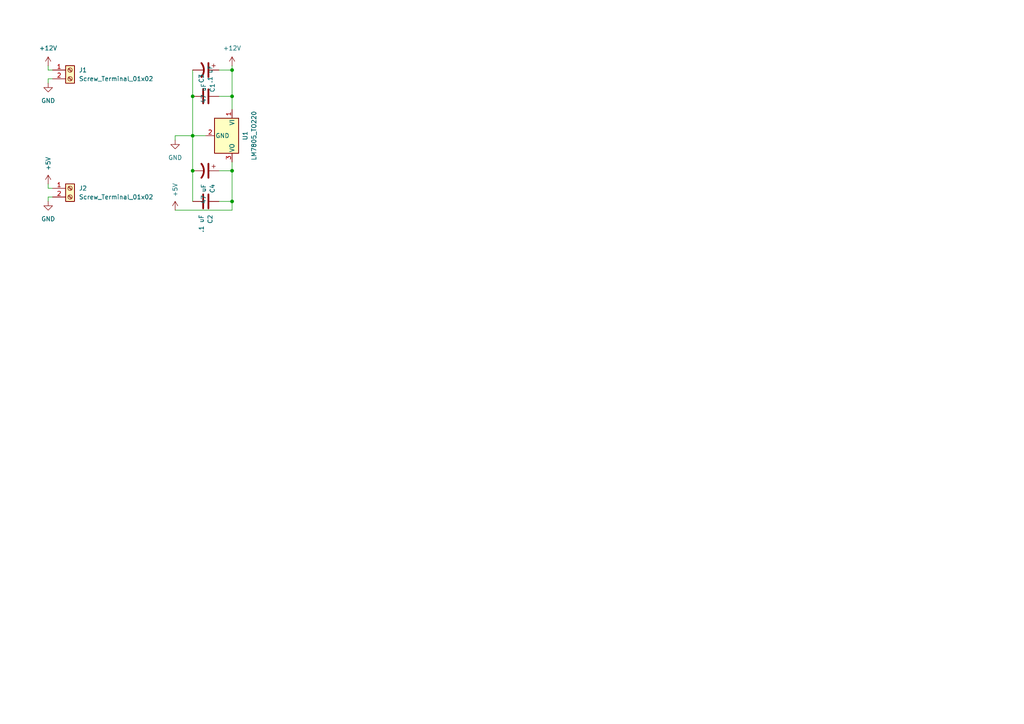
<source format=kicad_sch>
(kicad_sch (version 20250114) (generator "eeschema") (generator_version "9.0")
  (paper "A4")
  (title_block (title "12v to 5v Inverter") (date "10/6/2025") (rev "1.0.0") (company "PCR") (comment 1 "©2025, Aiden Nemec."))
  (lib_symbols
    (symbol "Connector:Screw_Terminal_01x02" (pin_names (offset 1.016) (hide yes))
      (property "Reference" "J" (at 0 2.54 0))
      (property "Value" "Screw_Terminal_01x02" (at 0 -5.08 0))
      (symbol "Screw_Terminal_01x02_1_1"
        (rectangle (start -1.27 1.27) (end 1.27 -3.81) (stroke (width 0.254)) (fill (type background)))
        (polyline (pts (xy -0.5334 0.3302) (xy 0.3302 -0.508)) (stroke (width 0.1524)))
        (polyline (pts (xy -0.5334 -2.2098) (xy 0.3302 -3.048)) (stroke (width 0.1524)))
        (polyline (pts (xy -0.3556 0.508) (xy 0.508 -0.3302)) (stroke (width 0.1524)))
        (polyline (pts (xy -0.3556 -2.032) (xy 0.508 -2.8702)) (stroke (width 0.1524)))
        (circle (center 0 0) (radius 0.635) (stroke (width 0.1524)))
        (circle (center 0 -2.54) (radius 0.635) (stroke (width 0.1524)))
        (pin passive line (at -5.08 0 0) (length 3.81) (name "Pin_1") (number "1"))
        (pin passive line (at -5.08 -2.54 0) (length 3.81) (name "Pin_2") (number "2"))
      )
    )
    (symbol "Device:C" (pin_numbers (hide yes)) (pin_names (offset 0.254))
      (property "Reference" "C" (at 0.635 2.54 0))
      (property "Value" "C" (at 0.635 -2.54 0))
      (symbol "C_0_1"
        (polyline (pts (xy -2.032 0.762) (xy 2.032 0.762)) (stroke (width 0.508)))
        (polyline (pts (xy -2.032 -0.762) (xy 2.032 -0.762)) (stroke (width 0.508)))
      )
      (symbol "C_1_1"
        (pin passive line (at 0 3.81 270) (length 2.794) (name "~") (number "1"))
        (pin passive line (at 0 -3.81 90) (length 2.794) (name "~") (number "2"))
      )
    )
    (symbol "Device:C_Polarized_US" (pin_numbers (hide yes)) (pin_names (offset 0.254) (hide yes))
      (property "Reference" "C" (at 0.635 2.54 0))
      (property "Value" "C_Polarized_US" (at 0.635 -2.54 0))
      (symbol "C_Polarized_US_0_1"
        (polyline (pts (xy -2.032 0.762) (xy 2.032 0.762)) (stroke (width 0.508)))
        (polyline (pts (xy -1.778 2.286) (xy -0.762 2.286)))
        (polyline (pts (xy -1.27 1.778) (xy -1.27 2.794)))
        (arc (start -2.032 -1.27) (mid 0 -0.5572) (end 2.032 -1.27) (stroke (width 0.508)))
      )
      (symbol "C_Polarized_US_1_1"
        (pin passive line (at 0 3.81 270) (length 2.794) (name "~") (number "1"))
        (pin passive line (at 0 -3.81 90) (length 3.302) (name "~") (number "2"))
      )
    )
    (symbol "Regulator_Linear:LM7805_TO220" (pin_names (offset 0.254))
      (property "Reference" "U" (at -3.81 3.175 0))
      (property "Value" "LM7805_TO220" (at 0 3.175 0))
      (symbol "LM7805_TO220_0_1"
        (rectangle (start -5.08 1.905) (end 5.08 -5.08) (stroke (width 0.254)) (fill (type background)))
      )
      (symbol "LM7805_TO220_1_1"
        (pin power_in line (at -7.62 0 0) (length 2.54) (name "VI") (number "1"))
        (pin power_in line (at 0 -7.62 90) (length 2.54) (name "GND") (number "2"))
        (pin power_out line (at 7.62 0 180) (length 2.54) (name "VO") (number "3"))
      )
    )
    (symbol "power:+12V" (power) (pin_numbers (hide yes)) (pin_names (offset 0) (hide yes))
      (property "Value" "+12V" (at 0 3.556 0))
      (symbol "+12V_0_1"
        (polyline (pts (xy -0.762 1.27) (xy 0 2.54)))
        (polyline (pts (xy 0 2.54) (xy 0.762 1.27)))
        (polyline (pts (xy 0 0) (xy 0 2.54)))
      )
      (symbol "+12V_1_1"
        (pin power_in line (at 0 0 90) (length 0) (name "~") (number "1"))
      )
    )
    (symbol "power:+5V" (power) (pin_numbers (hide yes)) (pin_names (offset 0) (hide yes))
      (property "Value" "+5V" (at 0 3.556 0))
      (symbol "+5V_0_1"
        (polyline (pts (xy -0.762 1.27) (xy 0 2.54)))
        (polyline (pts (xy 0 2.54) (xy 0.762 1.27)))
        (polyline (pts (xy 0 0) (xy 0 2.54)))
      )
      (symbol "+5V_1_1"
        (pin power_in line (at 0 0 90) (length 0) (name "~") (number "1"))
      )
    )
    (symbol "power:GND" (power) (pin_numbers (hide yes)) (pin_names (offset 0) (hide yes))
      (property "Value" "GND" (at 0 -3.81 0))
      (symbol "GND_0_1"
        (polyline (pts (xy 0 0) (xy 0 -1.27) (xy 1.27 -1.27) (xy 0 -2.54) (xy -1.27 -1.27) (xy 0 -1.27)))
      )
      (symbol "GND_1_1"
        (pin power_in line (at 0 0 270) (length 0) (name "~") (number "1"))
      )
    )
  )
  (junction (at 67.31 27.94))
  (junction (at 67.31 49.53))
  (junction (at 67.31 58.42))
  (junction (at 55.88 27.94))
  (junction (at 67.31 20.32))
  (junction (at 55.88 49.53))
  (junction (at 55.88 39.37))
  (wire (pts (xy 13.97 22.86) (xy 15.24 22.86)))
  (wire (pts (xy 13.97 20.32) (xy 13.97 19.05)))
  (wire (pts (xy 63.5 58.42) (xy 67.31 58.42)))
  (wire (pts (xy 67.31 20.32) (xy 67.31 27.94)))
  (wire (pts (xy 55.88 20.32) (xy 55.88 27.94)))
  (wire (pts (xy 50.8 39.37) (xy 55.88 39.37)))
  (wire (pts (xy 67.31 27.94) (xy 67.31 31.75)))
  (wire (pts (xy 13.97 53.34) (xy 13.97 54.61)))
  (wire (pts (xy 67.31 58.42) (xy 67.31 60.96)))
  (wire (pts (xy 63.5 27.94) (xy 67.31 27.94)))
  (wire (pts (xy 50.8 40.64) (xy 50.8 39.37)))
  (wire (pts (xy 63.5 20.32) (xy 67.31 20.32)))
  (wire (pts (xy 50.8 60.96) (xy 67.31 60.96)))
  (wire (pts (xy 55.88 49.53) (xy 55.88 58.42)))
  (wire (pts (xy 63.5 49.53) (xy 67.31 49.53)))
  (wire (pts (xy 15.24 20.32) (xy 13.97 20.32)))
  (wire (pts (xy 67.31 49.53) (xy 67.31 58.42)))
  (wire (pts (xy 55.88 39.37) (xy 55.88 49.53)))
  (wire (pts (xy 13.97 57.15) (xy 13.97 58.42)))
  (wire (pts (xy 55.88 27.94) (xy 55.88 39.37)))
  (wire (pts (xy 59.69 39.37) (xy 55.88 39.37)))
  (wire (pts (xy 13.97 24.13) (xy 13.97 22.86)))
  (wire (pts (xy 13.97 54.61) (xy 15.24 54.61)))
  (wire (pts (xy 67.31 46.99) (xy 67.31 49.53)))
  (wire (pts (xy 15.24 57.15) (xy 13.97 57.15)))
  (wire (pts (xy 67.31 19.05) (xy 67.31 20.32)))
  (symbol (lib_id "power:GND") (at 50.8 40.64 0) (unit 1)
    (property "Reference" "#PWR05" (effects (hide yes)))
    (property "Value" "GND" (at 50.8 45.72 0))
    (property "Description" "Power symbol creates a global label with name \"GND\" , ground" (effects (hide yes)))
  )
  (symbol (lib_id "power:GND") (at 13.97 58.42 0) (unit 1)
    (property "Reference" "#PWR04" (effects (hide yes)))
    (property "Value" "GND" (at 13.97 63.5 0))
    (property "Description" "Power symbol creates a global label with name \"GND\" , ground" (effects (hide yes)))
  )
  (symbol (lib_id "Device:C") (at 59.69 27.94 90) (unit 1)
    (property "Reference" "C3" (at 58.4199 24.13 0) (effects (justify left)))
    (property "Value" ".1 uF" (at 60.9599 24.13 0) (effects (justify left)))
    (property "Footprint" "Capacitor_SMD:C_0805_2012Metric" (effects (hide yes)))
    (property "Description" "Unpolarized capacitor" (effects (hide yes)))
  )
  (symbol (lib_id "power:+12V") (at 13.97 19.05 0) (unit 1)
    (property "Reference" "#PWR01" (effects (hide yes)))
    (property "Value" "+12V" (at 13.97 13.97 0))
    (property "Description" "Power symbol creates a global label with name \"+12V\"" (effects (hide yes)))
  )
  (symbol (lib_id "Connector:Screw_Terminal_01x02") (at 20.32 20.32 0) (unit 1)
    (property "Reference" "J1" (at 22.86 20.3199 0) (effects (justify left)))
    (property "Value" "Screw_Terminal_01x02" (at 22.86 22.8599 0) (effects (justify left)))
    (property "Footprint" "TerminalBlock_4Ucon:TerminalBlock_4Ucon_1x02_P3.50mm_Vertical" (effects (hide yes)))
    (property "Description" "Generic screw terminal, single row, 01x02, script generated (kicad-library-utils/schlib/autogen/connector/)" (effects (hide yes)))
  )
  (symbol (lib_id "power:+12V") (at 67.31 19.05 0) (unit 1)
    (property "Reference" "#PWR06" (effects (hide yes)))
    (property "Value" "+12V" (at 67.31 13.97 0))
    (property "Description" "Power symbol creates a global label with name \"+12V\"" (effects (hide yes)))
  )
  (symbol (lib_id "power:+5V") (at 50.8 60.96 0) (unit 1)
    (property "Reference" "#PWR07" (effects (hide yes)))
    (property "Value" "+5V" (at 50.8001 57.15 90) (effects (justify left)))
    (property "Description" "Power symbol creates a global label with name \"+5V\"" (effects (hide yes)))
  )
  (symbol (lib_id "power:GND") (at 13.97 24.13 0) (unit 1)
    (property "Reference" "#PWR02" (effects (hide yes)))
    (property "Value" "GND" (at 13.97 29.21 0))
    (property "Description" "Power symbol creates a global label with name \"GND\" , ground" (effects (hide yes)))
  )
  (symbol (lib_id "Device:C_Polarized_US") (at 59.69 20.32 270) (unit 1)
    (property "Reference" "C1" (at 61.5951 24.13 0) (effects (justify left)))
    (property "Value" "47 uF" (at 59.0551 24.13 0) (effects (justify left)))
    (property "Footprint" "Capacitor_THT:CP_Radial_D5.0mm_P2.00mm" (effects (hide yes)))
    (property "Description" "Polarized capacitor, US symbol" (effects (hide yes)))
  )
  (symbol (lib_id "Connector:Screw_Terminal_01x02") (at 20.32 54.61 0) (unit 1)
    (property "Reference" "J2" (at 22.86 54.6099 0) (effects (justify left)))
    (property "Value" "Screw_Terminal_01x02" (at 22.86 57.1499 0) (effects (justify left)))
    (property "Footprint" "TerminalBlock_4Ucon:TerminalBlock_4Ucon_1x02_P3.50mm_Vertical" (effects (hide yes)))
    (property "Description" "Generic screw terminal, single row, 01x02, script generated (kicad-library-utils/schlib/autogen/connector/)" (effects (hide yes)))
  )
  (symbol (lib_id "Device:C_Polarized_US") (at 59.69 49.53 270) (unit 1)
    (property "Reference" "C4" (at 61.5951 53.34 0) (effects (justify left)))
    (property "Value" "47 uF" (at 59.0551 53.34 0) (effects (justify left)))
    (property "Footprint" "Capacitor_THT:CP_Radial_D5.0mm_P2.00mm" (effects (hide yes)))
    (property "Description" "Polarized capacitor, US symbol" (effects (hide yes)))
  )
  (symbol (lib_id "power:+5V") (at 13.97 53.34 0) (unit 1)
    (property "Reference" "#PWR03" (effects (hide yes)))
    (property "Value" "+5V" (at 13.9701 49.53 90) (effects (justify left)))
    (property "Description" "Power symbol creates a global label with name \"+5V\"" (effects (hide yes)))
  )
  (symbol (lib_id "Device:C") (at 59.69 58.42 270) (unit 1)
    (property "Reference" "C2" (at 60.9601 62.23 0) (effects (justify left)))
    (property "Value" ".1 uF" (at 58.4201 62.23 0) (effects (justify left)))
    (property "Footprint" "Capacitor_SMD:C_0805_2012Metric" (effects (hide yes)))
    (property "Description" "Unpolarized capacitor" (effects (hide yes)))
  )
  (symbol (lib_id "Regulator_Linear:LM7805_TO220") (at 67.31 39.37 270) (unit 1)
    (property "Reference" "U1" (at 71.12 39.37 0))
    (property "Value" "LM7805_TO220" (at 73.66 39.37 0))
    (property "Footprint" "Package_TO_SOT_THT:TO-220-3_Vertical" (effects (hide yes)))
    (property "Datasheet" "https://www.onsemi.cn/PowerSolutions/document/MC7800-D.PDF" (effects (hide yes)))
    (property "Description" "Positive 1A 35V Linear Regulator, Fixed Output 5V, TO-220" (effects (hide yes)))
  )
)
</source>
